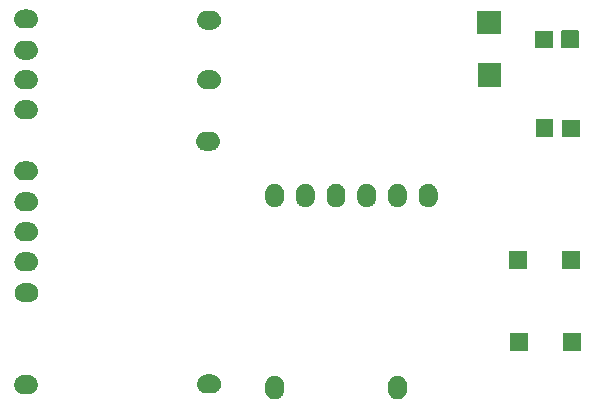
<source format=gbr>
%TF.GenerationSoftware,KiCad,Pcbnew,9.0.3*%
%TF.CreationDate,2025-08-13T01:08:13-07:00*%
%TF.ProjectId,TGslimeblahbal,5447736c-696d-4656-926c-616862616c2e,rev?*%
%TF.SameCoordinates,Original*%
%TF.FileFunction,Soldermask,Bot*%
%TF.FilePolarity,Negative*%
%FSLAX46Y46*%
G04 Gerber Fmt 4.6, Leading zero omitted, Abs format (unit mm)*
G04 Created by KiCad (PCBNEW 9.0.3) date 2025-08-13 01:08:13*
%MOMM*%
%LPD*%
G01*
G04 APERTURE LIST*
%ADD10C,0.000000*%
G04 APERTURE END LIST*
D10*
G36*
X153522260Y-71992950D02*
G01*
X153599920Y-72004470D01*
X153676080Y-72023550D01*
X153750000Y-72050000D01*
X153820970Y-72083560D01*
X153888310Y-72123920D01*
X153951360Y-72170690D01*
X154009540Y-72223410D01*
X154062260Y-72281590D01*
X154109030Y-72344640D01*
X154149390Y-72411980D01*
X154182950Y-72482950D01*
X154209400Y-72556870D01*
X154228480Y-72633030D01*
X154240000Y-72710690D01*
X154243850Y-72789100D01*
X154243850Y-73189100D01*
X154240000Y-73267510D01*
X154228480Y-73345170D01*
X154209400Y-73421330D01*
X154182950Y-73495250D01*
X154149390Y-73566220D01*
X154109030Y-73633560D01*
X154062260Y-73696610D01*
X154009540Y-73754790D01*
X153951360Y-73807510D01*
X153888310Y-73854280D01*
X153820970Y-73894640D01*
X153750000Y-73928200D01*
X153676080Y-73954650D01*
X153599920Y-73973730D01*
X153522260Y-73985250D01*
X153443850Y-73989100D01*
X153365440Y-73985250D01*
X153287780Y-73973730D01*
X153211620Y-73954650D01*
X153137700Y-73928200D01*
X153066730Y-73894640D01*
X152999390Y-73854280D01*
X152936340Y-73807510D01*
X152878160Y-73754790D01*
X152825440Y-73696610D01*
X152778670Y-73633560D01*
X152738310Y-73566220D01*
X152704750Y-73495250D01*
X152678300Y-73421330D01*
X152659220Y-73345170D01*
X152647700Y-73267510D01*
X152643850Y-73189100D01*
X152643850Y-72989100D01*
X152643850Y-72789100D01*
X152647700Y-72710690D01*
X152659220Y-72633030D01*
X152678300Y-72556870D01*
X152704750Y-72482950D01*
X152738310Y-72411980D01*
X152778670Y-72344640D01*
X152825440Y-72281590D01*
X152878160Y-72223410D01*
X152936340Y-72170690D01*
X152999390Y-72123920D01*
X153066730Y-72083560D01*
X153137700Y-72050000D01*
X153211620Y-72023550D01*
X153287780Y-72004470D01*
X153365440Y-71992950D01*
X153443850Y-71989100D01*
X153522260Y-71992950D01*
G37*
G36*
X143122260Y-71992950D02*
G01*
X143199920Y-72004470D01*
X143276080Y-72023550D01*
X143350000Y-72050000D01*
X143420970Y-72083560D01*
X143488310Y-72123920D01*
X143551360Y-72170690D01*
X143609540Y-72223410D01*
X143662260Y-72281590D01*
X143709030Y-72344640D01*
X143749390Y-72411980D01*
X143782950Y-72482950D01*
X143809400Y-72556870D01*
X143828480Y-72633030D01*
X143840000Y-72710690D01*
X143843850Y-72789100D01*
X143843850Y-73189100D01*
X143840000Y-73267510D01*
X143828480Y-73345170D01*
X143809400Y-73421330D01*
X143782950Y-73495250D01*
X143749390Y-73566220D01*
X143709030Y-73633560D01*
X143662260Y-73696610D01*
X143609540Y-73754790D01*
X143551360Y-73807510D01*
X143488310Y-73854280D01*
X143420970Y-73894640D01*
X143350000Y-73928200D01*
X143276080Y-73954650D01*
X143199920Y-73973730D01*
X143122260Y-73985250D01*
X143043850Y-73989100D01*
X142965440Y-73985250D01*
X142887780Y-73973730D01*
X142811620Y-73954650D01*
X142737700Y-73928200D01*
X142666730Y-73894640D01*
X142599390Y-73854280D01*
X142536340Y-73807510D01*
X142478160Y-73754790D01*
X142425440Y-73696610D01*
X142378670Y-73633560D01*
X142338310Y-73566220D01*
X142304750Y-73495250D01*
X142278300Y-73421330D01*
X142259220Y-73345170D01*
X142247700Y-73267510D01*
X142243850Y-73189100D01*
X142243850Y-72989100D01*
X142243850Y-72789100D01*
X142247700Y-72710690D01*
X142259220Y-72633030D01*
X142278300Y-72556870D01*
X142304750Y-72482950D01*
X142338310Y-72411980D01*
X142378670Y-72344640D01*
X142425440Y-72281590D01*
X142478160Y-72223410D01*
X142536340Y-72170690D01*
X142599390Y-72123920D01*
X142666730Y-72083560D01*
X142737700Y-72050000D01*
X142811620Y-72023550D01*
X142887780Y-72004470D01*
X142965440Y-71992950D01*
X143043850Y-71989100D01*
X143122260Y-71992950D01*
G37*
G36*
X168900000Y-79182000D02*
G01*
X167376000Y-79182000D01*
X167376000Y-77658000D01*
X168900000Y-77658000D01*
X168900000Y-79182000D01*
G37*
G36*
X168698000Y-59020575D02*
G01*
X168707900Y-59022045D01*
X168717610Y-59024475D01*
X168727030Y-59027845D01*
X168736080Y-59032125D01*
X168744670Y-59037275D01*
X168752710Y-59043235D01*
X168760120Y-59049965D01*
X168766850Y-59057375D01*
X168772810Y-59065415D01*
X168777960Y-59074005D01*
X168782240Y-59083055D01*
X168785610Y-59092475D01*
X168788040Y-59102185D01*
X168789510Y-59112085D01*
X168790000Y-59122085D01*
X168790000Y-60430085D01*
X168789510Y-60440085D01*
X168788040Y-60449985D01*
X168785610Y-60459695D01*
X168782240Y-60469115D01*
X168777960Y-60478165D01*
X168772810Y-60486755D01*
X168766850Y-60494795D01*
X168760120Y-60502205D01*
X168752710Y-60508935D01*
X168744670Y-60514895D01*
X168736080Y-60520045D01*
X168727030Y-60524325D01*
X168717610Y-60527695D01*
X168707900Y-60530125D01*
X168698000Y-60531595D01*
X168688000Y-60532085D01*
X167380000Y-60532085D01*
X167370000Y-60531595D01*
X167360100Y-60530125D01*
X167350390Y-60527695D01*
X167340970Y-60524325D01*
X167331920Y-60520045D01*
X167323330Y-60514895D01*
X167315290Y-60508935D01*
X167307880Y-60502205D01*
X167301150Y-60494795D01*
X167295190Y-60486755D01*
X167290040Y-60478165D01*
X167285760Y-60469115D01*
X167282390Y-60459695D01*
X167279960Y-60449985D01*
X167278490Y-60440085D01*
X167278000Y-60430085D01*
X167278000Y-59122085D01*
X167278490Y-59112085D01*
X167279960Y-59102185D01*
X167282390Y-59092475D01*
X167285760Y-59083055D01*
X167290040Y-59074005D01*
X167295190Y-59065415D01*
X167301150Y-59057375D01*
X167307880Y-59049965D01*
X167315290Y-59043235D01*
X167323330Y-59037275D01*
X167331920Y-59032125D01*
X167340970Y-59027845D01*
X167350390Y-59024475D01*
X167360100Y-59022045D01*
X167370000Y-59020575D01*
X167380000Y-59020085D01*
X168688000Y-59020085D01*
X168698000Y-59020575D01*
G37*
G36*
X148322260Y-71992950D02*
G01*
X148399920Y-72004470D01*
X148476080Y-72023550D01*
X148550000Y-72050000D01*
X148620970Y-72083560D01*
X148688310Y-72123920D01*
X148751360Y-72170690D01*
X148809540Y-72223410D01*
X148862260Y-72281590D01*
X148909030Y-72344640D01*
X148949390Y-72411980D01*
X148982950Y-72482950D01*
X149009400Y-72556870D01*
X149028480Y-72633030D01*
X149040000Y-72710690D01*
X149043850Y-72789100D01*
X149043850Y-73189100D01*
X149040000Y-73267510D01*
X149028480Y-73345170D01*
X149009400Y-73421330D01*
X148982950Y-73495250D01*
X148949390Y-73566220D01*
X148909030Y-73633560D01*
X148862260Y-73696610D01*
X148809540Y-73754790D01*
X148751360Y-73807510D01*
X148688310Y-73854280D01*
X148620970Y-73894640D01*
X148550000Y-73928200D01*
X148476080Y-73954650D01*
X148399920Y-73973730D01*
X148322260Y-73985250D01*
X148243850Y-73989100D01*
X148165440Y-73985250D01*
X148087780Y-73973730D01*
X148011620Y-73954650D01*
X147937700Y-73928200D01*
X147866730Y-73894640D01*
X147799390Y-73854280D01*
X147736340Y-73807510D01*
X147678160Y-73754790D01*
X147625440Y-73696610D01*
X147578670Y-73633560D01*
X147538310Y-73566220D01*
X147504750Y-73495250D01*
X147478300Y-73421330D01*
X147459220Y-73345170D01*
X147447700Y-73267510D01*
X147443850Y-73189100D01*
X147443850Y-72989100D01*
X147443850Y-72789100D01*
X147447700Y-72710690D01*
X147459220Y-72633030D01*
X147478300Y-72556870D01*
X147504750Y-72482950D01*
X147538310Y-72411980D01*
X147578670Y-72344640D01*
X147625440Y-72281590D01*
X147678160Y-72223410D01*
X147736340Y-72170690D01*
X147799390Y-72123920D01*
X147866730Y-72083560D01*
X147937700Y-72050000D01*
X148011620Y-72023550D01*
X148087780Y-72004470D01*
X148165440Y-71992950D01*
X148243850Y-71989100D01*
X148322260Y-71992950D01*
G37*
G36*
X122274434Y-64932704D02*
G01*
X122352094Y-64944224D01*
X122428254Y-64963304D01*
X122502174Y-64989754D01*
X122573144Y-65023314D01*
X122640484Y-65063674D01*
X122703534Y-65110444D01*
X122761714Y-65163164D01*
X122814434Y-65221344D01*
X122861204Y-65284394D01*
X122901564Y-65351734D01*
X122935124Y-65422704D01*
X122961574Y-65496624D01*
X122980654Y-65572784D01*
X122992174Y-65650444D01*
X122996024Y-65728854D01*
X122992174Y-65807264D01*
X122980654Y-65884924D01*
X122961574Y-65961084D01*
X122935124Y-66035004D01*
X122901564Y-66105974D01*
X122861204Y-66173314D01*
X122814434Y-66236364D01*
X122761714Y-66294544D01*
X122703534Y-66347264D01*
X122640484Y-66394034D01*
X122573144Y-66434394D01*
X122502174Y-66467954D01*
X122428254Y-66494404D01*
X122352094Y-66513484D01*
X122274434Y-66525004D01*
X122196024Y-66528854D01*
X121996024Y-66528854D01*
X121796024Y-66528854D01*
X121717614Y-66525004D01*
X121639954Y-66513484D01*
X121563794Y-66494404D01*
X121489874Y-66467954D01*
X121418904Y-66434394D01*
X121351564Y-66394034D01*
X121288514Y-66347264D01*
X121230334Y-66294544D01*
X121177614Y-66236364D01*
X121130844Y-66173314D01*
X121090484Y-66105974D01*
X121056924Y-66035004D01*
X121030474Y-65961084D01*
X121011394Y-65884924D01*
X120999874Y-65807264D01*
X120996024Y-65728854D01*
X120999874Y-65650444D01*
X121011394Y-65572784D01*
X121030474Y-65496624D01*
X121056924Y-65422704D01*
X121090484Y-65351734D01*
X121130844Y-65284394D01*
X121177614Y-65221344D01*
X121230334Y-65163164D01*
X121288514Y-65110444D01*
X121351564Y-65063674D01*
X121418904Y-65023314D01*
X121489874Y-64989754D01*
X121563794Y-64963304D01*
X121639954Y-64944224D01*
X121717614Y-64932704D01*
X121796024Y-64928854D01*
X122196024Y-64928854D01*
X122274434Y-64932704D01*
G37*
G36*
X122274434Y-57252704D02*
G01*
X122352094Y-57264224D01*
X122428254Y-57283304D01*
X122502174Y-57309754D01*
X122573144Y-57343314D01*
X122640484Y-57383674D01*
X122703534Y-57430444D01*
X122761714Y-57483164D01*
X122814434Y-57541344D01*
X122861204Y-57604394D01*
X122901564Y-57671734D01*
X122935124Y-57742704D01*
X122961574Y-57816624D01*
X122980654Y-57892784D01*
X122992174Y-57970444D01*
X122996024Y-58048854D01*
X122992174Y-58127264D01*
X122980654Y-58204924D01*
X122961574Y-58281084D01*
X122935124Y-58355004D01*
X122901564Y-58425974D01*
X122861204Y-58493314D01*
X122814434Y-58556364D01*
X122761714Y-58614544D01*
X122703534Y-58667264D01*
X122640484Y-58714034D01*
X122573144Y-58754394D01*
X122502174Y-58787954D01*
X122428254Y-58814404D01*
X122352094Y-58833484D01*
X122274434Y-58845004D01*
X122196024Y-58848854D01*
X121996024Y-58848854D01*
X121796024Y-58848854D01*
X121717614Y-58845004D01*
X121639954Y-58833484D01*
X121563794Y-58814404D01*
X121489874Y-58787954D01*
X121418904Y-58754394D01*
X121351564Y-58714034D01*
X121288514Y-58667264D01*
X121230334Y-58614544D01*
X121177614Y-58556364D01*
X121130844Y-58493314D01*
X121090484Y-58425974D01*
X121056924Y-58355004D01*
X121030474Y-58281084D01*
X121011394Y-58204924D01*
X120999874Y-58127264D01*
X120996024Y-58048854D01*
X120999874Y-57970444D01*
X121011394Y-57892784D01*
X121030474Y-57816624D01*
X121056924Y-57742704D01*
X121090484Y-57671734D01*
X121130844Y-57604394D01*
X121177614Y-57541344D01*
X121230334Y-57483164D01*
X121288514Y-57430444D01*
X121351564Y-57383674D01*
X121418904Y-57343314D01*
X121489874Y-57309754D01*
X121563794Y-57283304D01*
X121639954Y-57264224D01*
X121717614Y-57252704D01*
X121796024Y-57248854D01*
X122196024Y-57248854D01*
X122274434Y-57252704D01*
G37*
G36*
X166508000Y-59040575D02*
G01*
X166517900Y-59042045D01*
X166527610Y-59044475D01*
X166537030Y-59047845D01*
X166546080Y-59052125D01*
X166554670Y-59057275D01*
X166562710Y-59063235D01*
X166570120Y-59069965D01*
X166576850Y-59077375D01*
X166582810Y-59085415D01*
X166587960Y-59094005D01*
X166592240Y-59103055D01*
X166595610Y-59112475D01*
X166598040Y-59122185D01*
X166599510Y-59132085D01*
X166600000Y-59142085D01*
X166600000Y-60450085D01*
X166599510Y-60460085D01*
X166598040Y-60469985D01*
X166595610Y-60479695D01*
X166592240Y-60489115D01*
X166587960Y-60498165D01*
X166582810Y-60506755D01*
X166576850Y-60514795D01*
X166570120Y-60522205D01*
X166562710Y-60528935D01*
X166554670Y-60534895D01*
X166546080Y-60540045D01*
X166537030Y-60544325D01*
X166527610Y-60547695D01*
X166517900Y-60550125D01*
X166508000Y-60551595D01*
X166498000Y-60552085D01*
X165190000Y-60552085D01*
X165180000Y-60551595D01*
X165170100Y-60550125D01*
X165160390Y-60547695D01*
X165150970Y-60544325D01*
X165141920Y-60540045D01*
X165133330Y-60534895D01*
X165125290Y-60528935D01*
X165117880Y-60522205D01*
X165111150Y-60514795D01*
X165105190Y-60506755D01*
X165100040Y-60498165D01*
X165095760Y-60489115D01*
X165092390Y-60479695D01*
X165089960Y-60469985D01*
X165088490Y-60460085D01*
X165088000Y-60450085D01*
X165088000Y-59142085D01*
X165088490Y-59132085D01*
X165089960Y-59122185D01*
X165092390Y-59112475D01*
X165095760Y-59103055D01*
X165100040Y-59094005D01*
X165105190Y-59085415D01*
X165111150Y-59077375D01*
X165117880Y-59069965D01*
X165125290Y-59063235D01*
X165133330Y-59057275D01*
X165141920Y-59052125D01*
X165150970Y-59047845D01*
X165160390Y-59044475D01*
X165170100Y-59042045D01*
X165180000Y-59040575D01*
X165190000Y-59040085D01*
X166498000Y-59040085D01*
X166508000Y-59040575D01*
G37*
G36*
X166558000Y-66560575D02*
G01*
X166567900Y-66562045D01*
X166577610Y-66564475D01*
X166587030Y-66567845D01*
X166596080Y-66572125D01*
X166604670Y-66577275D01*
X166612710Y-66583235D01*
X166620120Y-66589965D01*
X166626850Y-66597375D01*
X166632810Y-66605415D01*
X166637960Y-66614005D01*
X166642240Y-66623055D01*
X166645610Y-66632475D01*
X166648040Y-66642185D01*
X166649510Y-66652085D01*
X166650000Y-66662085D01*
X166650000Y-67970085D01*
X166649510Y-67980085D01*
X166648040Y-67989985D01*
X166645610Y-67999695D01*
X166642240Y-68009115D01*
X166637960Y-68018165D01*
X166632810Y-68026755D01*
X166626850Y-68034795D01*
X166620120Y-68042205D01*
X166612710Y-68048935D01*
X166604670Y-68054895D01*
X166596080Y-68060045D01*
X166587030Y-68064325D01*
X166577610Y-68067695D01*
X166567900Y-68070125D01*
X166558000Y-68071595D01*
X166548000Y-68072085D01*
X165240000Y-68072085D01*
X165230000Y-68071595D01*
X165220100Y-68070125D01*
X165210390Y-68067695D01*
X165200970Y-68064325D01*
X165191920Y-68060045D01*
X165183330Y-68054895D01*
X165175290Y-68048935D01*
X165167880Y-68042205D01*
X165161150Y-68034795D01*
X165155190Y-68026755D01*
X165150040Y-68018165D01*
X165145760Y-68009115D01*
X165142390Y-67999695D01*
X165139960Y-67989985D01*
X165138490Y-67980085D01*
X165138000Y-67970085D01*
X165138000Y-66662085D01*
X165138490Y-66652085D01*
X165139960Y-66642185D01*
X165142390Y-66632475D01*
X165145760Y-66623055D01*
X165150040Y-66614005D01*
X165155190Y-66605415D01*
X165161150Y-66597375D01*
X165167880Y-66589965D01*
X165175290Y-66583235D01*
X165183330Y-66577275D01*
X165191920Y-66572125D01*
X165200970Y-66567845D01*
X165210390Y-66564475D01*
X165220100Y-66562045D01*
X165230000Y-66560575D01*
X165240000Y-66560085D01*
X166548000Y-66560085D01*
X166558000Y-66560575D01*
G37*
G36*
X145722260Y-71992950D02*
G01*
X145799920Y-72004470D01*
X145876080Y-72023550D01*
X145950000Y-72050000D01*
X146020970Y-72083560D01*
X146088310Y-72123920D01*
X146151360Y-72170690D01*
X146209540Y-72223410D01*
X146262260Y-72281590D01*
X146309030Y-72344640D01*
X146349390Y-72411980D01*
X146382950Y-72482950D01*
X146409400Y-72556870D01*
X146428480Y-72633030D01*
X146440000Y-72710690D01*
X146443850Y-72789100D01*
X146443850Y-73189100D01*
X146440000Y-73267510D01*
X146428480Y-73345170D01*
X146409400Y-73421330D01*
X146382950Y-73495250D01*
X146349390Y-73566220D01*
X146309030Y-73633560D01*
X146262260Y-73696610D01*
X146209540Y-73754790D01*
X146151360Y-73807510D01*
X146088310Y-73854280D01*
X146020970Y-73894640D01*
X145950000Y-73928200D01*
X145876080Y-73954650D01*
X145799920Y-73973730D01*
X145722260Y-73985250D01*
X145643850Y-73989100D01*
X145565440Y-73985250D01*
X145487780Y-73973730D01*
X145411620Y-73954650D01*
X145337700Y-73928200D01*
X145266730Y-73894640D01*
X145199390Y-73854280D01*
X145136340Y-73807510D01*
X145078160Y-73754790D01*
X145025440Y-73696610D01*
X144978670Y-73633560D01*
X144938310Y-73566220D01*
X144904750Y-73495250D01*
X144878300Y-73421330D01*
X144859220Y-73345170D01*
X144847700Y-73267510D01*
X144843850Y-73189100D01*
X144843850Y-72989100D01*
X144843850Y-72789100D01*
X144847700Y-72710690D01*
X144859220Y-72633030D01*
X144878300Y-72556870D01*
X144904750Y-72482950D01*
X144938310Y-72411980D01*
X144978670Y-72344640D01*
X145025440Y-72281590D01*
X145078160Y-72223410D01*
X145136340Y-72170690D01*
X145199390Y-72123920D01*
X145266730Y-72083560D01*
X145337700Y-72050000D01*
X145411620Y-72023550D01*
X145487780Y-72004470D01*
X145565440Y-71992950D01*
X145643850Y-71989100D01*
X145722260Y-71992950D01*
G37*
G36*
X137778410Y-57353850D02*
G01*
X137856070Y-57365370D01*
X137932230Y-57384450D01*
X138006150Y-57410900D01*
X138077120Y-57444460D01*
X138144460Y-57484820D01*
X138207510Y-57531590D01*
X138265690Y-57584310D01*
X138318410Y-57642490D01*
X138365180Y-57705540D01*
X138405540Y-57772880D01*
X138439100Y-57843850D01*
X138465550Y-57917770D01*
X138484630Y-57993930D01*
X138496150Y-58071590D01*
X138500000Y-58150000D01*
X138496150Y-58228410D01*
X138484630Y-58306070D01*
X138465550Y-58382230D01*
X138439100Y-58456150D01*
X138405540Y-58527120D01*
X138365180Y-58594460D01*
X138318410Y-58657510D01*
X138265690Y-58715690D01*
X138207510Y-58768410D01*
X138144460Y-58815180D01*
X138077120Y-58855540D01*
X138006150Y-58889100D01*
X137932230Y-58915550D01*
X137856070Y-58934630D01*
X137778410Y-58946150D01*
X137700000Y-58950000D01*
X137500000Y-58950000D01*
X137300000Y-58950000D01*
X137221590Y-58946150D01*
X137143930Y-58934630D01*
X137067770Y-58915550D01*
X136993850Y-58889100D01*
X136922880Y-58855540D01*
X136855540Y-58815180D01*
X136792490Y-58768410D01*
X136734310Y-58715690D01*
X136681590Y-58657510D01*
X136634820Y-58594460D01*
X136594460Y-58527120D01*
X136560900Y-58456150D01*
X136534450Y-58382230D01*
X136515370Y-58306070D01*
X136503850Y-58228410D01*
X136500000Y-58150000D01*
X136503850Y-58071590D01*
X136515370Y-57993930D01*
X136534450Y-57917770D01*
X136560900Y-57843850D01*
X136594460Y-57772880D01*
X136634820Y-57705540D01*
X136681590Y-57642490D01*
X136734310Y-57584310D01*
X136792490Y-57531590D01*
X136855540Y-57484820D01*
X136922880Y-57444460D01*
X136993850Y-57410900D01*
X137067770Y-57384450D01*
X137143930Y-57365370D01*
X137221590Y-57353850D01*
X137300000Y-57350000D01*
X137700000Y-57350000D01*
X137778410Y-57353850D01*
G37*
G36*
X143128410Y-88253850D02*
G01*
X143206070Y-88265370D01*
X143282230Y-88284450D01*
X143356150Y-88310900D01*
X143427120Y-88344460D01*
X143494460Y-88384820D01*
X143557510Y-88431590D01*
X143615690Y-88484310D01*
X143668410Y-88542490D01*
X143715180Y-88605540D01*
X143755540Y-88672880D01*
X143789100Y-88743850D01*
X143815550Y-88817770D01*
X143834630Y-88893930D01*
X143846150Y-88971590D01*
X143850000Y-89050000D01*
X143850000Y-89450000D01*
X143846150Y-89528410D01*
X143834630Y-89606070D01*
X143815550Y-89682230D01*
X143789100Y-89756150D01*
X143755540Y-89827120D01*
X143715180Y-89894460D01*
X143668410Y-89957510D01*
X143615690Y-90015690D01*
X143557510Y-90068410D01*
X143494460Y-90115180D01*
X143427120Y-90155540D01*
X143356150Y-90189100D01*
X143282230Y-90215550D01*
X143206070Y-90234630D01*
X143128410Y-90246150D01*
X143050000Y-90250000D01*
X142971590Y-90246150D01*
X142893930Y-90234630D01*
X142817770Y-90215550D01*
X142743850Y-90189100D01*
X142672880Y-90155540D01*
X142605540Y-90115180D01*
X142542490Y-90068410D01*
X142484310Y-90015690D01*
X142431590Y-89957510D01*
X142384820Y-89894460D01*
X142344460Y-89827120D01*
X142310900Y-89756150D01*
X142284450Y-89682230D01*
X142265370Y-89606070D01*
X142253850Y-89528410D01*
X142250000Y-89450000D01*
X142250000Y-89250000D01*
X142250000Y-89050000D01*
X142253850Y-88971590D01*
X142265370Y-88893930D01*
X142284450Y-88817770D01*
X142310900Y-88743850D01*
X142344460Y-88672880D01*
X142384820Y-88605540D01*
X142431590Y-88542490D01*
X142484310Y-88484310D01*
X142542490Y-88431590D01*
X142605540Y-88384820D01*
X142672880Y-88344460D01*
X142743850Y-88310900D01*
X142817770Y-88284450D01*
X142893930Y-88265370D01*
X142971590Y-88253850D01*
X143050000Y-88250000D01*
X143128410Y-88253850D01*
G37*
G36*
X156122260Y-71992950D02*
G01*
X156199920Y-72004470D01*
X156276080Y-72023550D01*
X156350000Y-72050000D01*
X156420970Y-72083560D01*
X156488310Y-72123920D01*
X156551360Y-72170690D01*
X156609540Y-72223410D01*
X156662260Y-72281590D01*
X156709030Y-72344640D01*
X156749390Y-72411980D01*
X156782950Y-72482950D01*
X156809400Y-72556870D01*
X156828480Y-72633030D01*
X156840000Y-72710690D01*
X156843850Y-72789100D01*
X156843850Y-73189100D01*
X156840000Y-73267510D01*
X156828480Y-73345170D01*
X156809400Y-73421330D01*
X156782950Y-73495250D01*
X156749390Y-73566220D01*
X156709030Y-73633560D01*
X156662260Y-73696610D01*
X156609540Y-73754790D01*
X156551360Y-73807510D01*
X156488310Y-73854280D01*
X156420970Y-73894640D01*
X156350000Y-73928200D01*
X156276080Y-73954650D01*
X156199920Y-73973730D01*
X156122260Y-73985250D01*
X156043850Y-73989100D01*
X155965440Y-73985250D01*
X155887780Y-73973730D01*
X155811620Y-73954650D01*
X155737700Y-73928200D01*
X155666730Y-73894640D01*
X155599390Y-73854280D01*
X155536340Y-73807510D01*
X155478160Y-73754790D01*
X155425440Y-73696610D01*
X155378670Y-73633560D01*
X155338310Y-73566220D01*
X155304750Y-73495250D01*
X155278300Y-73421330D01*
X155259220Y-73345170D01*
X155247700Y-73267510D01*
X155243850Y-73189100D01*
X155243850Y-72989100D01*
X155243850Y-72789100D01*
X155247700Y-72710690D01*
X155259220Y-72633030D01*
X155278300Y-72556870D01*
X155304750Y-72482950D01*
X155338310Y-72411980D01*
X155378670Y-72344640D01*
X155425440Y-72281590D01*
X155478160Y-72223410D01*
X155536340Y-72170690D01*
X155599390Y-72123920D01*
X155666730Y-72083560D01*
X155737700Y-72050000D01*
X155811620Y-72023550D01*
X155887780Y-72004470D01*
X155965440Y-71992950D01*
X156043850Y-71989100D01*
X156122260Y-71992950D01*
G37*
G36*
X122274434Y-62402704D02*
G01*
X122352094Y-62414224D01*
X122428254Y-62433304D01*
X122502174Y-62459754D01*
X122573144Y-62493314D01*
X122640484Y-62533674D01*
X122703534Y-62580444D01*
X122761714Y-62633164D01*
X122814434Y-62691344D01*
X122861204Y-62754394D01*
X122901564Y-62821734D01*
X122935124Y-62892704D01*
X122961574Y-62966624D01*
X122980654Y-63042784D01*
X122992174Y-63120444D01*
X122996024Y-63198854D01*
X122992174Y-63277264D01*
X122980654Y-63354924D01*
X122961574Y-63431084D01*
X122935124Y-63505004D01*
X122901564Y-63575974D01*
X122861204Y-63643314D01*
X122814434Y-63706364D01*
X122761714Y-63764544D01*
X122703534Y-63817264D01*
X122640484Y-63864034D01*
X122573144Y-63904394D01*
X122502174Y-63937954D01*
X122428254Y-63964404D01*
X122352094Y-63983484D01*
X122274434Y-63995004D01*
X122196024Y-63998854D01*
X121996024Y-63998854D01*
X121796024Y-63998854D01*
X121717614Y-63995004D01*
X121639954Y-63983484D01*
X121563794Y-63964404D01*
X121489874Y-63937954D01*
X121418904Y-63904394D01*
X121351564Y-63864034D01*
X121288514Y-63817264D01*
X121230334Y-63764544D01*
X121177614Y-63706364D01*
X121130844Y-63643314D01*
X121090484Y-63575974D01*
X121056924Y-63505004D01*
X121030474Y-63431084D01*
X121011394Y-63354924D01*
X120999874Y-63277264D01*
X120996024Y-63198854D01*
X120999874Y-63120444D01*
X121011394Y-63042784D01*
X121030474Y-62966624D01*
X121056924Y-62892704D01*
X121090484Y-62821734D01*
X121130844Y-62754394D01*
X121177614Y-62691344D01*
X121230334Y-62633164D01*
X121288514Y-62580444D01*
X121351564Y-62533674D01*
X121418904Y-62493314D01*
X121489874Y-62459754D01*
X121563794Y-62433304D01*
X121639954Y-62414224D01*
X121717614Y-62402704D01*
X121796024Y-62398854D01*
X122196024Y-62398854D01*
X122274434Y-62402704D01*
G37*
G36*
X122294434Y-75262704D02*
G01*
X122372094Y-75274224D01*
X122448254Y-75293304D01*
X122522174Y-75319754D01*
X122593144Y-75353314D01*
X122660484Y-75393674D01*
X122723534Y-75440444D01*
X122781714Y-75493164D01*
X122834434Y-75551344D01*
X122881204Y-75614394D01*
X122921564Y-75681734D01*
X122955124Y-75752704D01*
X122981574Y-75826624D01*
X123000654Y-75902784D01*
X123012174Y-75980444D01*
X123016024Y-76058854D01*
X123012174Y-76137264D01*
X123000654Y-76214924D01*
X122981574Y-76291084D01*
X122955124Y-76365004D01*
X122921564Y-76435974D01*
X122881204Y-76503314D01*
X122834434Y-76566364D01*
X122781714Y-76624544D01*
X122723534Y-76677264D01*
X122660484Y-76724034D01*
X122593144Y-76764394D01*
X122522174Y-76797954D01*
X122448254Y-76824404D01*
X122372094Y-76843484D01*
X122294434Y-76855004D01*
X122216024Y-76858854D01*
X122016024Y-76858854D01*
X121816024Y-76858854D01*
X121737614Y-76855004D01*
X121659954Y-76843484D01*
X121583794Y-76824404D01*
X121509874Y-76797954D01*
X121438904Y-76764394D01*
X121371564Y-76724034D01*
X121308514Y-76677264D01*
X121250334Y-76624544D01*
X121197614Y-76566364D01*
X121150844Y-76503314D01*
X121110484Y-76435974D01*
X121076924Y-76365004D01*
X121050474Y-76291084D01*
X121031394Y-76214924D01*
X121019874Y-76137264D01*
X121016024Y-76058854D01*
X121019874Y-75980444D01*
X121031394Y-75902784D01*
X121050474Y-75826624D01*
X121076924Y-75752704D01*
X121110484Y-75681734D01*
X121150844Y-75614394D01*
X121197614Y-75551344D01*
X121250334Y-75493164D01*
X121308514Y-75440444D01*
X121371564Y-75393674D01*
X121438904Y-75353314D01*
X121509874Y-75319754D01*
X121583794Y-75293304D01*
X121659954Y-75274224D01*
X121737614Y-75262704D01*
X121816024Y-75258854D01*
X122216024Y-75258854D01*
X122294434Y-75262704D01*
G37*
G36*
X137778410Y-62403850D02*
G01*
X137856070Y-62415370D01*
X137932230Y-62434450D01*
X138006150Y-62460900D01*
X138077120Y-62494460D01*
X138144460Y-62534820D01*
X138207510Y-62581590D01*
X138265690Y-62634310D01*
X138318410Y-62692490D01*
X138365180Y-62755540D01*
X138405540Y-62822880D01*
X138439100Y-62893850D01*
X138465550Y-62967770D01*
X138484630Y-63043930D01*
X138496150Y-63121590D01*
X138500000Y-63200000D01*
X138496150Y-63278410D01*
X138484630Y-63356070D01*
X138465550Y-63432230D01*
X138439100Y-63506150D01*
X138405540Y-63577120D01*
X138365180Y-63644460D01*
X138318410Y-63707510D01*
X138265690Y-63765690D01*
X138207510Y-63818410D01*
X138144460Y-63865180D01*
X138077120Y-63905540D01*
X138006150Y-63939100D01*
X137932230Y-63965550D01*
X137856070Y-63984630D01*
X137778410Y-63996150D01*
X137700000Y-64000000D01*
X137500000Y-64000000D01*
X137300000Y-64000000D01*
X137221590Y-63996150D01*
X137143930Y-63984630D01*
X137067770Y-63965550D01*
X136993850Y-63939100D01*
X136922880Y-63905540D01*
X136855540Y-63865180D01*
X136792490Y-63818410D01*
X136734310Y-63765690D01*
X136681590Y-63707510D01*
X136634820Y-63644460D01*
X136594460Y-63577120D01*
X136560900Y-63506150D01*
X136534450Y-63432230D01*
X136515370Y-63356070D01*
X136503850Y-63278410D01*
X136500000Y-63200000D01*
X136503850Y-63121590D01*
X136515370Y-63043930D01*
X136534450Y-62967770D01*
X136560900Y-62893850D01*
X136594460Y-62822880D01*
X136634820Y-62755540D01*
X136681590Y-62692490D01*
X136734310Y-62634310D01*
X136792490Y-62581590D01*
X136855540Y-62534820D01*
X136922880Y-62494460D01*
X136993850Y-62460900D01*
X137067770Y-62434450D01*
X137143930Y-62415370D01*
X137221590Y-62403850D01*
X137300000Y-62400000D01*
X137700000Y-62400000D01*
X137778410Y-62403850D01*
G37*
G36*
X122294434Y-77803850D02*
G01*
X122372094Y-77815370D01*
X122448254Y-77834450D01*
X122522174Y-77860900D01*
X122593144Y-77894460D01*
X122660484Y-77934820D01*
X122723534Y-77981590D01*
X122781714Y-78034310D01*
X122834434Y-78092490D01*
X122881204Y-78155540D01*
X122921564Y-78222880D01*
X122955124Y-78293850D01*
X122981574Y-78367770D01*
X123000654Y-78443930D01*
X123012174Y-78521590D01*
X123016024Y-78600000D01*
X123012174Y-78678410D01*
X123000654Y-78756070D01*
X122981574Y-78832230D01*
X122955124Y-78906150D01*
X122921564Y-78977120D01*
X122881204Y-79044460D01*
X122834434Y-79107510D01*
X122781714Y-79165690D01*
X122723534Y-79218410D01*
X122660484Y-79265180D01*
X122593144Y-79305540D01*
X122522174Y-79339100D01*
X122448254Y-79365550D01*
X122372094Y-79384630D01*
X122294434Y-79396150D01*
X122216024Y-79400000D01*
X122016024Y-79400000D01*
X121816024Y-79400000D01*
X121737614Y-79396150D01*
X121659954Y-79384630D01*
X121583794Y-79365550D01*
X121509874Y-79339100D01*
X121438904Y-79305540D01*
X121371564Y-79265180D01*
X121308514Y-79218410D01*
X121250334Y-79165690D01*
X121197614Y-79107510D01*
X121150844Y-79044460D01*
X121110484Y-78977120D01*
X121076924Y-78906150D01*
X121050474Y-78832230D01*
X121031394Y-78756070D01*
X121019874Y-78678410D01*
X121016024Y-78600000D01*
X121019874Y-78521590D01*
X121031394Y-78443930D01*
X121050474Y-78367770D01*
X121076924Y-78293850D01*
X121110484Y-78222880D01*
X121150844Y-78155540D01*
X121197614Y-78092490D01*
X121250334Y-78034310D01*
X121308514Y-77981590D01*
X121371564Y-77934820D01*
X121438904Y-77894460D01*
X121509874Y-77860900D01*
X121583794Y-77834450D01*
X121659954Y-77815370D01*
X121737614Y-77803850D01*
X121816024Y-77800000D01*
X122216024Y-77800000D01*
X122294434Y-77803850D01*
G37*
G36*
X122274434Y-70112704D02*
G01*
X122352094Y-70124224D01*
X122428254Y-70143304D01*
X122502174Y-70169754D01*
X122573144Y-70203314D01*
X122640484Y-70243674D01*
X122703534Y-70290444D01*
X122761714Y-70343164D01*
X122814434Y-70401344D01*
X122861204Y-70464394D01*
X122901564Y-70531734D01*
X122935124Y-70602704D01*
X122961574Y-70676624D01*
X122980654Y-70752784D01*
X122992174Y-70830444D01*
X122996024Y-70908854D01*
X122992174Y-70987264D01*
X122980654Y-71064924D01*
X122961574Y-71141084D01*
X122935124Y-71215004D01*
X122901564Y-71285974D01*
X122861204Y-71353314D01*
X122814434Y-71416364D01*
X122761714Y-71474544D01*
X122703534Y-71527264D01*
X122640484Y-71574034D01*
X122573144Y-71614394D01*
X122502174Y-71647954D01*
X122428254Y-71674404D01*
X122352094Y-71693484D01*
X122274434Y-71705004D01*
X122196024Y-71708854D01*
X121996024Y-71708854D01*
X121796024Y-71708854D01*
X121717614Y-71705004D01*
X121639954Y-71693484D01*
X121563794Y-71674404D01*
X121489874Y-71647954D01*
X121418904Y-71614394D01*
X121351564Y-71574034D01*
X121288514Y-71527264D01*
X121230334Y-71474544D01*
X121177614Y-71416364D01*
X121130844Y-71353314D01*
X121090484Y-71285974D01*
X121056924Y-71215004D01*
X121030474Y-71141084D01*
X121011394Y-71064924D01*
X120999874Y-70987264D01*
X120996024Y-70908854D01*
X120999874Y-70830444D01*
X121011394Y-70752784D01*
X121030474Y-70676624D01*
X121056924Y-70602704D01*
X121090484Y-70531734D01*
X121130844Y-70464394D01*
X121177614Y-70401344D01*
X121230334Y-70343164D01*
X121288514Y-70290444D01*
X121351564Y-70243674D01*
X121418904Y-70203314D01*
X121489874Y-70169754D01*
X121563794Y-70143304D01*
X121639954Y-70124224D01*
X121717614Y-70112704D01*
X121796024Y-70108854D01*
X122196024Y-70108854D01*
X122274434Y-70112704D01*
G37*
G36*
X122294434Y-75262704D02*
G01*
X122372094Y-75274224D01*
X122448254Y-75293304D01*
X122522174Y-75319754D01*
X122593144Y-75353314D01*
X122660484Y-75393674D01*
X122723534Y-75440444D01*
X122781714Y-75493164D01*
X122834434Y-75551344D01*
X122881204Y-75614394D01*
X122921564Y-75681734D01*
X122955124Y-75752704D01*
X122981574Y-75826624D01*
X123000654Y-75902784D01*
X123012174Y-75980444D01*
X123016024Y-76058854D01*
X123012174Y-76137264D01*
X123000654Y-76214924D01*
X122981574Y-76291084D01*
X122955124Y-76365004D01*
X122921564Y-76435974D01*
X122881204Y-76503314D01*
X122834434Y-76566364D01*
X122781714Y-76624544D01*
X122723534Y-76677264D01*
X122660484Y-76724034D01*
X122593144Y-76764394D01*
X122522174Y-76797954D01*
X122448254Y-76824404D01*
X122372094Y-76843484D01*
X122294434Y-76855004D01*
X122216024Y-76858854D01*
X122016024Y-76858854D01*
X121816024Y-76858854D01*
X121737614Y-76855004D01*
X121659954Y-76843484D01*
X121583794Y-76824404D01*
X121509874Y-76797954D01*
X121438904Y-76764394D01*
X121371564Y-76724034D01*
X121308514Y-76677264D01*
X121250334Y-76624544D01*
X121197614Y-76566364D01*
X121150844Y-76503314D01*
X121110484Y-76435974D01*
X121076924Y-76365004D01*
X121050474Y-76291084D01*
X121031394Y-76214924D01*
X121019874Y-76137264D01*
X121016024Y-76058854D01*
X121019874Y-75980444D01*
X121031394Y-75902784D01*
X121050474Y-75826624D01*
X121076924Y-75752704D01*
X121110484Y-75681734D01*
X121150844Y-75614394D01*
X121197614Y-75551344D01*
X121250334Y-75493164D01*
X121308514Y-75440444D01*
X121371564Y-75393674D01*
X121438904Y-75353314D01*
X121509874Y-75319754D01*
X121583794Y-75293304D01*
X121659954Y-75274224D01*
X121737614Y-75262704D01*
X121816024Y-75258854D01*
X122216024Y-75258854D01*
X122294434Y-75262704D01*
G37*
G36*
X162230000Y-63820000D02*
G01*
X160230000Y-63820000D01*
X160230000Y-61820000D01*
X162230000Y-61820000D01*
X162230000Y-63820000D01*
G37*
G36*
X122294434Y-72721558D02*
G01*
X122372094Y-72733078D01*
X122448254Y-72752158D01*
X122522174Y-72778608D01*
X122593144Y-72812168D01*
X122660484Y-72852528D01*
X122723534Y-72899298D01*
X122781714Y-72952018D01*
X122834434Y-73010198D01*
X122881204Y-73073248D01*
X122921564Y-73140588D01*
X122955124Y-73211558D01*
X122981574Y-73285478D01*
X123000654Y-73361638D01*
X123012174Y-73439298D01*
X123016024Y-73517708D01*
X123012174Y-73596118D01*
X123000654Y-73673778D01*
X122981574Y-73749938D01*
X122955124Y-73823858D01*
X122921564Y-73894828D01*
X122881204Y-73962168D01*
X122834434Y-74025218D01*
X122781714Y-74083398D01*
X122723534Y-74136118D01*
X122660484Y-74182888D01*
X122593144Y-74223248D01*
X122522174Y-74256808D01*
X122448254Y-74283258D01*
X122372094Y-74302338D01*
X122294434Y-74313858D01*
X122216024Y-74317708D01*
X122016024Y-74317708D01*
X121816024Y-74317708D01*
X121737614Y-74313858D01*
X121659954Y-74302338D01*
X121583794Y-74283258D01*
X121509874Y-74256808D01*
X121438904Y-74223248D01*
X121371564Y-74182888D01*
X121308514Y-74136118D01*
X121250334Y-74083398D01*
X121197614Y-74025218D01*
X121150844Y-73962168D01*
X121110484Y-73894828D01*
X121076924Y-73823858D01*
X121050474Y-73749938D01*
X121031394Y-73673778D01*
X121019874Y-73596118D01*
X121016024Y-73517708D01*
X121019874Y-73439298D01*
X121031394Y-73361638D01*
X121050474Y-73285478D01*
X121076924Y-73211558D01*
X121110484Y-73140588D01*
X121150844Y-73073248D01*
X121197614Y-73010198D01*
X121250334Y-72952018D01*
X121308514Y-72899298D01*
X121371564Y-72852528D01*
X121438904Y-72812168D01*
X121509874Y-72778608D01*
X121583794Y-72752158D01*
X121659954Y-72733078D01*
X121737614Y-72721558D01*
X121816024Y-72717708D01*
X122216024Y-72717708D01*
X122294434Y-72721558D01*
G37*
G36*
X164500000Y-86132000D02*
G01*
X162976000Y-86132000D01*
X162976000Y-84608000D01*
X164500000Y-84608000D01*
X164500000Y-86132000D01*
G37*
G36*
X122274434Y-59892704D02*
G01*
X122352094Y-59904224D01*
X122428254Y-59923304D01*
X122502174Y-59949754D01*
X122573144Y-59983314D01*
X122640484Y-60023674D01*
X122703534Y-60070444D01*
X122761714Y-60123164D01*
X122814434Y-60181344D01*
X122861204Y-60244394D01*
X122901564Y-60311734D01*
X122935124Y-60382704D01*
X122961574Y-60456624D01*
X122980654Y-60532784D01*
X122992174Y-60610444D01*
X122996024Y-60688854D01*
X122992174Y-60767264D01*
X122980654Y-60844924D01*
X122961574Y-60921084D01*
X122935124Y-60995004D01*
X122901564Y-61065974D01*
X122861204Y-61133314D01*
X122814434Y-61196364D01*
X122761714Y-61254544D01*
X122703534Y-61307264D01*
X122640484Y-61354034D01*
X122573144Y-61394394D01*
X122502174Y-61427954D01*
X122428254Y-61454404D01*
X122352094Y-61473484D01*
X122274434Y-61485004D01*
X122196024Y-61488854D01*
X121996024Y-61488854D01*
X121796024Y-61488854D01*
X121717614Y-61485004D01*
X121639954Y-61473484D01*
X121563794Y-61454404D01*
X121489874Y-61427954D01*
X121418904Y-61394394D01*
X121351564Y-61354034D01*
X121288514Y-61307264D01*
X121230334Y-61254544D01*
X121177614Y-61196364D01*
X121130844Y-61133314D01*
X121090484Y-61065974D01*
X121056924Y-60995004D01*
X121030474Y-60921084D01*
X121011394Y-60844924D01*
X120999874Y-60767264D01*
X120996024Y-60688854D01*
X120999874Y-60610444D01*
X121011394Y-60532784D01*
X121030474Y-60456624D01*
X121056924Y-60382704D01*
X121090484Y-60311734D01*
X121130844Y-60244394D01*
X121177614Y-60181344D01*
X121230334Y-60123164D01*
X121288514Y-60070444D01*
X121351564Y-60023674D01*
X121418904Y-59983314D01*
X121489874Y-59949754D01*
X121563794Y-59923304D01*
X121639954Y-59904224D01*
X121717614Y-59892704D01*
X121796024Y-59888854D01*
X122196024Y-59888854D01*
X122274434Y-59892704D01*
G37*
G36*
X168950000Y-86182000D02*
G01*
X167426000Y-86182000D01*
X167426000Y-84658000D01*
X168950000Y-84658000D01*
X168950000Y-86182000D01*
G37*
G36*
X137778410Y-88153850D02*
G01*
X137856070Y-88165370D01*
X137932230Y-88184450D01*
X138006150Y-88210900D01*
X138077120Y-88244460D01*
X138144460Y-88284820D01*
X138207510Y-88331590D01*
X138265690Y-88384310D01*
X138318410Y-88442490D01*
X138365180Y-88505540D01*
X138405540Y-88572880D01*
X138439100Y-88643850D01*
X138465550Y-88717770D01*
X138484630Y-88793930D01*
X138496150Y-88871590D01*
X138500000Y-88950000D01*
X138496150Y-89028410D01*
X138484630Y-89106070D01*
X138465550Y-89182230D01*
X138439100Y-89256150D01*
X138405540Y-89327120D01*
X138365180Y-89394460D01*
X138318410Y-89457510D01*
X138265690Y-89515690D01*
X138207510Y-89568410D01*
X138144460Y-89615180D01*
X138077120Y-89655540D01*
X138006150Y-89689100D01*
X137932230Y-89715550D01*
X137856070Y-89734630D01*
X137778410Y-89746150D01*
X137700000Y-89750000D01*
X137500000Y-89750000D01*
X137300000Y-89750000D01*
X137221590Y-89746150D01*
X137143930Y-89734630D01*
X137067770Y-89715550D01*
X136993850Y-89689100D01*
X136922880Y-89655540D01*
X136855540Y-89615180D01*
X136792490Y-89568410D01*
X136734310Y-89515690D01*
X136681590Y-89457510D01*
X136634820Y-89394460D01*
X136594460Y-89327120D01*
X136560900Y-89256150D01*
X136534450Y-89182230D01*
X136515370Y-89106070D01*
X136503850Y-89028410D01*
X136500000Y-88950000D01*
X136503850Y-88871590D01*
X136515370Y-88793930D01*
X136534450Y-88717770D01*
X136560900Y-88643850D01*
X136594460Y-88572880D01*
X136634820Y-88505540D01*
X136681590Y-88442490D01*
X136734310Y-88384310D01*
X136792490Y-88331590D01*
X136855540Y-88284820D01*
X136922880Y-88244460D01*
X136993850Y-88210900D01*
X137067770Y-88184450D01*
X137143930Y-88165370D01*
X137221590Y-88153850D01*
X137300000Y-88150000D01*
X137700000Y-88150000D01*
X137778410Y-88153850D01*
G37*
G36*
X168788000Y-66570575D02*
G01*
X168797900Y-66572045D01*
X168807610Y-66574475D01*
X168817030Y-66577845D01*
X168826080Y-66582125D01*
X168834670Y-66587275D01*
X168842710Y-66593235D01*
X168850120Y-66599965D01*
X168856850Y-66607375D01*
X168862810Y-66615415D01*
X168867960Y-66624005D01*
X168872240Y-66633055D01*
X168875610Y-66642475D01*
X168878040Y-66652185D01*
X168879510Y-66662085D01*
X168880000Y-66672085D01*
X168880000Y-67980085D01*
X168879510Y-67990085D01*
X168878040Y-67999985D01*
X168875610Y-68009695D01*
X168872240Y-68019115D01*
X168867960Y-68028165D01*
X168862810Y-68036755D01*
X168856850Y-68044795D01*
X168850120Y-68052205D01*
X168842710Y-68058935D01*
X168834670Y-68064895D01*
X168826080Y-68070045D01*
X168817030Y-68074325D01*
X168807610Y-68077695D01*
X168797900Y-68080125D01*
X168788000Y-68081595D01*
X168778000Y-68082085D01*
X167470000Y-68082085D01*
X167460000Y-68081595D01*
X167450100Y-68080125D01*
X167440390Y-68077695D01*
X167430970Y-68074325D01*
X167421920Y-68070045D01*
X167413330Y-68064895D01*
X167405290Y-68058935D01*
X167397880Y-68052205D01*
X167391150Y-68044795D01*
X167385190Y-68036755D01*
X167380040Y-68028165D01*
X167375760Y-68019115D01*
X167372390Y-68009695D01*
X167369960Y-67999985D01*
X167368490Y-67990085D01*
X167368000Y-67980085D01*
X167368000Y-66672085D01*
X167368490Y-66662085D01*
X167369960Y-66652185D01*
X167372390Y-66642475D01*
X167375760Y-66633055D01*
X167380040Y-66624005D01*
X167385190Y-66615415D01*
X167391150Y-66607375D01*
X167397880Y-66599965D01*
X167405290Y-66593235D01*
X167413330Y-66587275D01*
X167421920Y-66582125D01*
X167430970Y-66577845D01*
X167440390Y-66574475D01*
X167450100Y-66572045D01*
X167460000Y-66570575D01*
X167470000Y-66570085D01*
X168778000Y-66570085D01*
X168788000Y-66570575D01*
G37*
G36*
X162210000Y-59340000D02*
G01*
X160210000Y-59340000D01*
X160210000Y-57340000D01*
X162210000Y-57340000D01*
X162210000Y-59340000D01*
G37*
G36*
X150922260Y-71992950D02*
G01*
X150999920Y-72004470D01*
X151076080Y-72023550D01*
X151150000Y-72050000D01*
X151220970Y-72083560D01*
X151288310Y-72123920D01*
X151351360Y-72170690D01*
X151409540Y-72223410D01*
X151462260Y-72281590D01*
X151509030Y-72344640D01*
X151549390Y-72411980D01*
X151582950Y-72482950D01*
X151609400Y-72556870D01*
X151628480Y-72633030D01*
X151640000Y-72710690D01*
X151643850Y-72789100D01*
X151643850Y-73189100D01*
X151640000Y-73267510D01*
X151628480Y-73345170D01*
X151609400Y-73421330D01*
X151582950Y-73495250D01*
X151549390Y-73566220D01*
X151509030Y-73633560D01*
X151462260Y-73696610D01*
X151409540Y-73754790D01*
X151351360Y-73807510D01*
X151288310Y-73854280D01*
X151220970Y-73894640D01*
X151150000Y-73928200D01*
X151076080Y-73954650D01*
X150999920Y-73973730D01*
X150922260Y-73985250D01*
X150843850Y-73989100D01*
X150765440Y-73985250D01*
X150687780Y-73973730D01*
X150611620Y-73954650D01*
X150537700Y-73928200D01*
X150466730Y-73894640D01*
X150399390Y-73854280D01*
X150336340Y-73807510D01*
X150278160Y-73754790D01*
X150225440Y-73696610D01*
X150178670Y-73633560D01*
X150138310Y-73566220D01*
X150104750Y-73495250D01*
X150078300Y-73421330D01*
X150059220Y-73345170D01*
X150047700Y-73267510D01*
X150043850Y-73189100D01*
X150043850Y-72989100D01*
X150043850Y-72789100D01*
X150047700Y-72710690D01*
X150059220Y-72633030D01*
X150078300Y-72556870D01*
X150104750Y-72482950D01*
X150138310Y-72411980D01*
X150178670Y-72344640D01*
X150225440Y-72281590D01*
X150278160Y-72223410D01*
X150336340Y-72170690D01*
X150399390Y-72123920D01*
X150466730Y-72083560D01*
X150537700Y-72050000D01*
X150611620Y-72023550D01*
X150687780Y-72004470D01*
X150765440Y-71992950D01*
X150843850Y-71989100D01*
X150922260Y-71992950D01*
G37*
G36*
X137678410Y-67603850D02*
G01*
X137756070Y-67615370D01*
X137832230Y-67634450D01*
X137906150Y-67660900D01*
X137977120Y-67694460D01*
X138044460Y-67734820D01*
X138107510Y-67781590D01*
X138165690Y-67834310D01*
X138218410Y-67892490D01*
X138265180Y-67955540D01*
X138305540Y-68022880D01*
X138339100Y-68093850D01*
X138365550Y-68167770D01*
X138384630Y-68243930D01*
X138396150Y-68321590D01*
X138400000Y-68400000D01*
X138396150Y-68478410D01*
X138384630Y-68556070D01*
X138365550Y-68632230D01*
X138339100Y-68706150D01*
X138305540Y-68777120D01*
X138265180Y-68844460D01*
X138218410Y-68907510D01*
X138165690Y-68965690D01*
X138107510Y-69018410D01*
X138044460Y-69065180D01*
X137977120Y-69105540D01*
X137906150Y-69139100D01*
X137832230Y-69165550D01*
X137756070Y-69184630D01*
X137678410Y-69196150D01*
X137600000Y-69200000D01*
X137400000Y-69200000D01*
X137200000Y-69200000D01*
X137121590Y-69196150D01*
X137043930Y-69184630D01*
X136967770Y-69165550D01*
X136893850Y-69139100D01*
X136822880Y-69105540D01*
X136755540Y-69065180D01*
X136692490Y-69018410D01*
X136634310Y-68965690D01*
X136581590Y-68907510D01*
X136534820Y-68844460D01*
X136494460Y-68777120D01*
X136460900Y-68706150D01*
X136434450Y-68632230D01*
X136415370Y-68556070D01*
X136403850Y-68478410D01*
X136400000Y-68400000D01*
X136403850Y-68321590D01*
X136415370Y-68243930D01*
X136434450Y-68167770D01*
X136460900Y-68093850D01*
X136494460Y-68022880D01*
X136534820Y-67955540D01*
X136581590Y-67892490D01*
X136634310Y-67834310D01*
X136692490Y-67781590D01*
X136755540Y-67734820D01*
X136822880Y-67694460D01*
X136893850Y-67660900D01*
X136967770Y-67634450D01*
X137043930Y-67615370D01*
X137121590Y-67603850D01*
X137200000Y-67600000D01*
X137600000Y-67600000D01*
X137678410Y-67603850D01*
G37*
G36*
X122278410Y-88203850D02*
G01*
X122356070Y-88215370D01*
X122432230Y-88234450D01*
X122506150Y-88260900D01*
X122577120Y-88294460D01*
X122644460Y-88334820D01*
X122707510Y-88381590D01*
X122765690Y-88434310D01*
X122818410Y-88492490D01*
X122865180Y-88555540D01*
X122905540Y-88622880D01*
X122939100Y-88693850D01*
X122965550Y-88767770D01*
X122984630Y-88843930D01*
X122996150Y-88921590D01*
X123000000Y-89000000D01*
X122996150Y-89078410D01*
X122984630Y-89156070D01*
X122965550Y-89232230D01*
X122939100Y-89306150D01*
X122905540Y-89377120D01*
X122865180Y-89444460D01*
X122818410Y-89507510D01*
X122765690Y-89565690D01*
X122707510Y-89618410D01*
X122644460Y-89665180D01*
X122577120Y-89705540D01*
X122506150Y-89739100D01*
X122432230Y-89765550D01*
X122356070Y-89784630D01*
X122278410Y-89796150D01*
X122200000Y-89800000D01*
X122000000Y-89800000D01*
X121800000Y-89800000D01*
X121721590Y-89796150D01*
X121643930Y-89784630D01*
X121567770Y-89765550D01*
X121493850Y-89739100D01*
X121422880Y-89705540D01*
X121355540Y-89665180D01*
X121292490Y-89618410D01*
X121234310Y-89565690D01*
X121181590Y-89507510D01*
X121134820Y-89444460D01*
X121094460Y-89377120D01*
X121060900Y-89306150D01*
X121034450Y-89232230D01*
X121015370Y-89156070D01*
X121003850Y-89078410D01*
X121000000Y-89000000D01*
X121003850Y-88921590D01*
X121015370Y-88843930D01*
X121034450Y-88767770D01*
X121060900Y-88693850D01*
X121094460Y-88622880D01*
X121134820Y-88555540D01*
X121181590Y-88492490D01*
X121234310Y-88434310D01*
X121292490Y-88381590D01*
X121355540Y-88334820D01*
X121422880Y-88294460D01*
X121493850Y-88260900D01*
X121567770Y-88234450D01*
X121643930Y-88215370D01*
X121721590Y-88203850D01*
X121800000Y-88200000D01*
X122200000Y-88200000D01*
X122278410Y-88203850D01*
G37*
G36*
X153528410Y-88253850D02*
G01*
X153606070Y-88265370D01*
X153682230Y-88284450D01*
X153756150Y-88310900D01*
X153827120Y-88344460D01*
X153894460Y-88384820D01*
X153957510Y-88431590D01*
X154015690Y-88484310D01*
X154068410Y-88542490D01*
X154115180Y-88605540D01*
X154155540Y-88672880D01*
X154189100Y-88743850D01*
X154215550Y-88817770D01*
X154234630Y-88893930D01*
X154246150Y-88971590D01*
X154250000Y-89050000D01*
X154250000Y-89450000D01*
X154246150Y-89528410D01*
X154234630Y-89606070D01*
X154215550Y-89682230D01*
X154189100Y-89756150D01*
X154155540Y-89827120D01*
X154115180Y-89894460D01*
X154068410Y-89957510D01*
X154015690Y-90015690D01*
X153957510Y-90068410D01*
X153894460Y-90115180D01*
X153827120Y-90155540D01*
X153756150Y-90189100D01*
X153682230Y-90215550D01*
X153606070Y-90234630D01*
X153528410Y-90246150D01*
X153450000Y-90250000D01*
X153371590Y-90246150D01*
X153293930Y-90234630D01*
X153217770Y-90215550D01*
X153143850Y-90189100D01*
X153072880Y-90155540D01*
X153005540Y-90115180D01*
X152942490Y-90068410D01*
X152884310Y-90015690D01*
X152831590Y-89957510D01*
X152784820Y-89894460D01*
X152744460Y-89827120D01*
X152710900Y-89756150D01*
X152684450Y-89682230D01*
X152665370Y-89606070D01*
X152653850Y-89528410D01*
X152650000Y-89450000D01*
X152650000Y-89250000D01*
X152650000Y-89050000D01*
X152653850Y-88971590D01*
X152665370Y-88893930D01*
X152684450Y-88817770D01*
X152710900Y-88743850D01*
X152744460Y-88672880D01*
X152784820Y-88605540D01*
X152831590Y-88542490D01*
X152884310Y-88484310D01*
X152942490Y-88431590D01*
X153005540Y-88384820D01*
X153072880Y-88344460D01*
X153143850Y-88310900D01*
X153217770Y-88284450D01*
X153293930Y-88265370D01*
X153371590Y-88253850D01*
X153450000Y-88250000D01*
X153528410Y-88253850D01*
G37*
G36*
X122318284Y-80421114D02*
G01*
X122395944Y-80432634D01*
X122472104Y-80451714D01*
X122546024Y-80478164D01*
X122616994Y-80511724D01*
X122684334Y-80552084D01*
X122747384Y-80598854D01*
X122805564Y-80651574D01*
X122858284Y-80709754D01*
X122905054Y-80772804D01*
X122945414Y-80840144D01*
X122978974Y-80911114D01*
X123005424Y-80985034D01*
X123024504Y-81061194D01*
X123036024Y-81138854D01*
X123039874Y-81217264D01*
X123036024Y-81295674D01*
X123024504Y-81373334D01*
X123005424Y-81449494D01*
X122978974Y-81523414D01*
X122945414Y-81594384D01*
X122905054Y-81661724D01*
X122858284Y-81724774D01*
X122805564Y-81782954D01*
X122747384Y-81835674D01*
X122684334Y-81882444D01*
X122616994Y-81922804D01*
X122546024Y-81956364D01*
X122472104Y-81982814D01*
X122395944Y-82001894D01*
X122318284Y-82013414D01*
X122239874Y-82017264D01*
X122039874Y-82017264D01*
X121839874Y-82017264D01*
X121761464Y-82013414D01*
X121683804Y-82001894D01*
X121607644Y-81982814D01*
X121533724Y-81956364D01*
X121462754Y-81922804D01*
X121395414Y-81882444D01*
X121332364Y-81835674D01*
X121274184Y-81782954D01*
X121221464Y-81724774D01*
X121174694Y-81661724D01*
X121134334Y-81594384D01*
X121100774Y-81523414D01*
X121074324Y-81449494D01*
X121055244Y-81373334D01*
X121043724Y-81295674D01*
X121039874Y-81217264D01*
X121043724Y-81138854D01*
X121055244Y-81061194D01*
X121074324Y-80985034D01*
X121100774Y-80911114D01*
X121134334Y-80840144D01*
X121174694Y-80772804D01*
X121221464Y-80709754D01*
X121274184Y-80651574D01*
X121332364Y-80598854D01*
X121395414Y-80552084D01*
X121462754Y-80511724D01*
X121533724Y-80478164D01*
X121607644Y-80451714D01*
X121683804Y-80432634D01*
X121761464Y-80421114D01*
X121839874Y-80417264D01*
X122239874Y-80417264D01*
X122318284Y-80421114D01*
G37*
G36*
X164450000Y-79232000D02*
G01*
X162926000Y-79232000D01*
X162926000Y-77708000D01*
X164450000Y-77708000D01*
X164450000Y-79232000D01*
G37*
M02*

</source>
